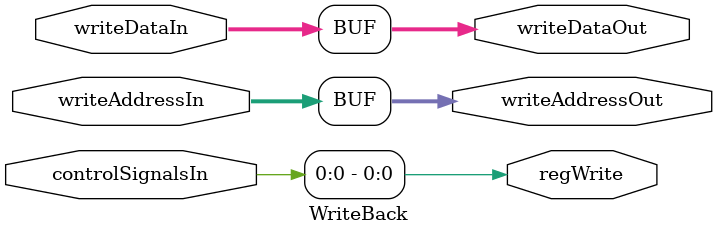
<source format=v>
module WriteBack (controlSignalsIn, writeDataIn, writeAddressIn, regWrite, writeDataOut, writeAddressOut);

    input [2:0] controlSignalsIn;
    input [15:0] writeDataIn;
    input [2:0] writeAddressIn;

    output regWrite;
    output [15:0] writeDataOut;
    output [2:0] writeAddressOut; 

    assign regWrite = controlSignalsIn[0];
    assign writeDataOut = writeDataIn;
    assign writeAddressOut = writeAddressIn;


endmodule
</source>
